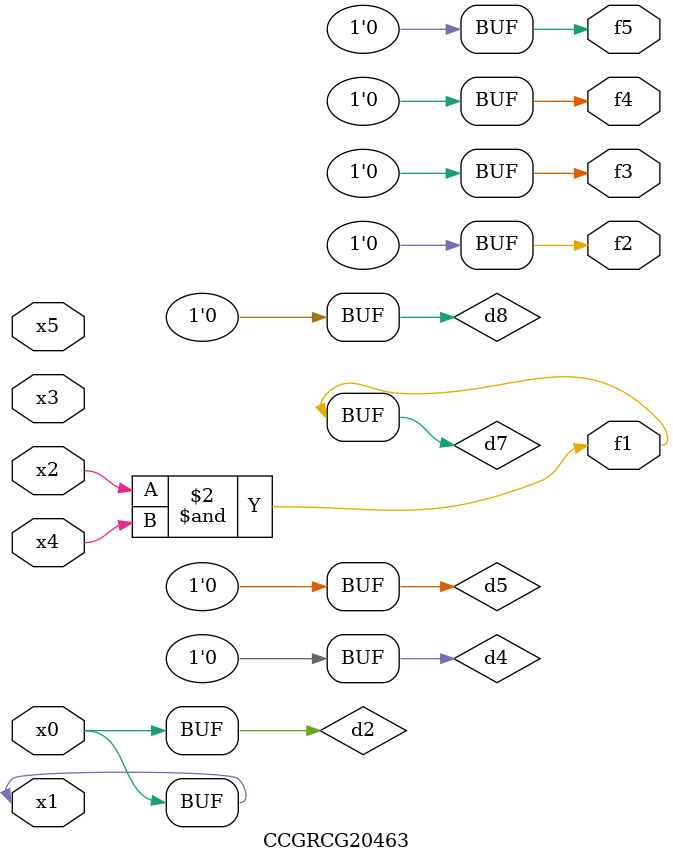
<source format=v>
module CCGRCG20463(
	input x0, x1, x2, x3, x4, x5,
	output f1, f2, f3, f4, f5
);

	wire d1, d2, d3, d4, d5, d6, d7, d8, d9;

	nand (d1, x1);
	buf (d2, x0, x1);
	nand (d3, x2, x4);
	and (d4, d1, d2);
	and (d5, d1, d2);
	nand (d6, d1, d3);
	not (d7, d3);
	xor (d8, d5);
	nor (d9, d5, d6);
	assign f1 = d7;
	assign f2 = d8;
	assign f3 = d8;
	assign f4 = d8;
	assign f5 = d8;
endmodule

</source>
